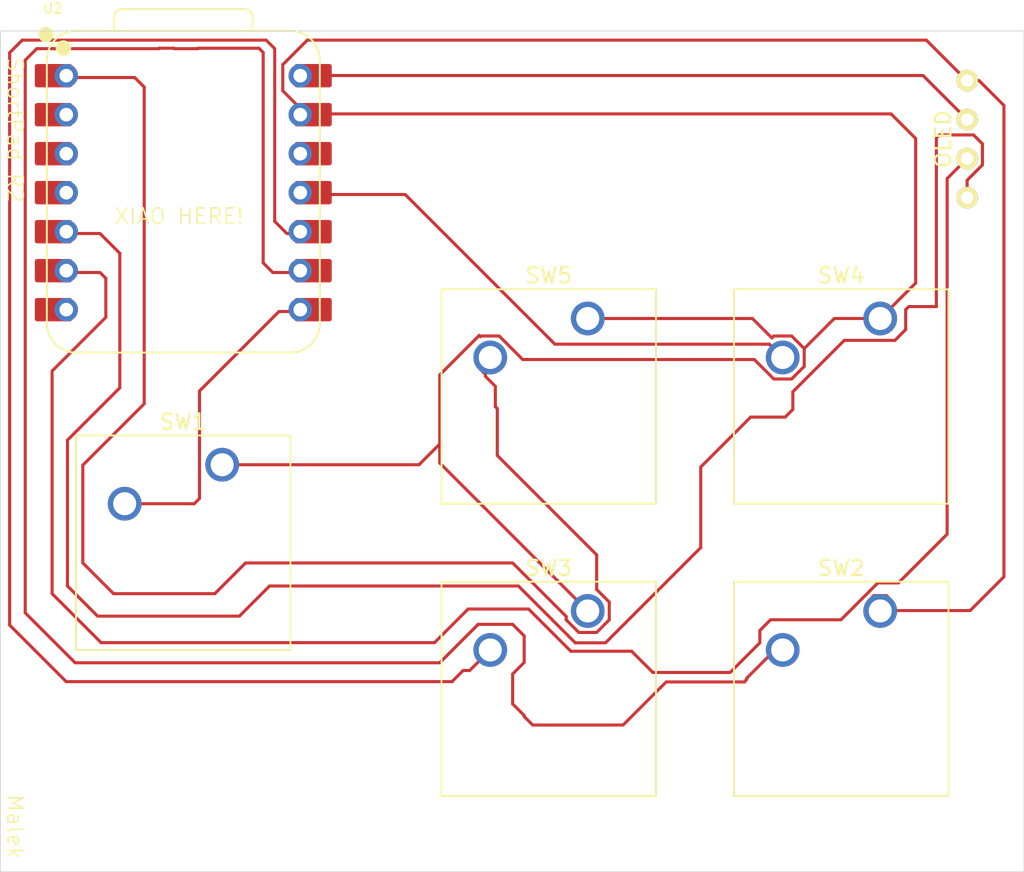
<source format=kicad_pcb>
(kicad_pcb (version 20241229) (generator "pcbnew") (generator_version "9.0")
  (layers (0 "F.Cu" signal) (2 "B.Cu" signal) (13 "F.Paste" user) (15 "B.Paste" user) (5 "F.SilkS" user "F.Silkscreen") (7 "B.SilkS" user "B.Silkscreen") (1 "F.Mask" user) (3 "B.Mask" user) (25 "Edge.Cuts" user))
  (net 0 "")
  (net 1 "GND")
  (net 2 "Net-(OL1-SCL)")
  (net 3 "+5V")
  (net 4 "Net-(OL1-SDA)")
  (net 5 "Net-(U2-GPIO1{slash}RX)")
  (net 6 "Net-(U2-GPIO2{slash}SCK)")
  (net 7 "Net-(U2-GPIO4{slash}MISO)")
  (net 8 "Net-(U2-GPIO3{slash}MOSI)")
  (net 9 "Net-(U2-GPIO26{slash}ADC0{slash}A0)")
  (footprint "OLED:OLED_v2" (layer "F.Cu") (at 160.6 90.39 90)
    (property "Reference" "OL1")
    (property "Value" "OLED" (hide yes))
    (fp_text user "OLED" (at 0 -1.55 90) (layer "F.SilkS"))
    (pad "1" thru_hole circle (at -3.81 0 90) (size 1.397 1.397) (drill 0.8128) (layers "*.Cu" "B.Mask" "F.SilkS") (net 4 "Net-(OL1-SDA)"))
    (pad "2" thru_hole circle (at -1.27 0 90) (size 1.397 1.397) (drill 0.8128) (layers "*.Cu" "B.Mask" "F.SilkS") (net 2 "Net-(OL1-SCL)"))
    (pad "3" thru_hole circle (at 1.27 0 90) (size 1.397 1.397) (drill 0.8128) (layers "*.Cu" "B.Mask" "F.SilkS") (net 3 "+5V"))
    (pad "4" thru_hole circle (at 3.81 0 90) (size 1.397 1.397) (drill 0.8128) (layers "*.Cu" "B.Mask" "F.SilkS") (net 1 "GND"))
  )
  (footprint "Button_Switch_Keyboard:SW_Cherry_MX_1.00u_PCB" (layer "F.Cu") (at 112.0775 111.60125)
    (property "Reference" "SW1" (at -2.54 -2.794 0) (layer "F.SilkS"))
    (property "Value" "SW_Push")
    (fp_line (start -9.525 -1.905) (end 4.445 -1.905) (stroke (width 0.12)) (layer "F.SilkS"))
    (fp_line (start -9.525 12.065) (end -9.525 -1.905) (stroke (width 0.12)) (layer "F.SilkS"))
    (fp_line (start 4.445 -1.905) (end 4.445 12.065) (stroke (width 0.12)) (layer "F.SilkS"))
    (fp_line (start 4.445 12.065) (end -9.525 12.065) (stroke (width 0.12)) (layer "F.SilkS"))
    (pad "" np_thru_hole circle (at -7.62 5.08) (size 1.7 1.7) (drill 1.7) (layers "*.Cu" "*.Mask"))
    (pad "" np_thru_hole circle (at -2.54 5.08) (size 4 4) (drill 4) (layers "*.Cu" "*.Mask"))
    (pad "" np_thru_hole circle (at 2.54 5.08) (size 1.7 1.7) (drill 1.7) (layers "*.Cu" "*.Mask"))
    (pad "1" thru_hole circle (at 0 0) (size 2.2 2.2) (drill 1.5) (layers "*.Cu" "*.Mask") (net 1 "GND"))
    (pad "2" thru_hole circle (at -6.35 2.54) (size 2.2 2.2) (drill 1.5) (layers "*.Cu" "*.Mask") (net 5 "Net-(U2-GPIO1{slash}RX)"))
  )
  (footprint "Button_Switch_Keyboard:SW_Cherry_MX_1.00u_PCB" (layer "F.Cu") (at 135.89 121.12625)
    (property "Reference" "SW3" (at -2.54 -2.794 0) (layer "F.SilkS"))
    (property "Value" "SW_Push")
    (fp_line (start -9.525 -1.905) (end 4.445 -1.905) (stroke (width 0.12)) (layer "F.SilkS"))
    (fp_line (start -9.525 12.065) (end -9.525 -1.905) (stroke (width 0.12)) (layer "F.SilkS"))
    (fp_line (start 4.445 -1.905) (end 4.445 12.065) (stroke (width 0.12)) (layer "F.SilkS"))
    (fp_line (start 4.445 12.065) (end -9.525 12.065) (stroke (width 0.12)) (layer "F.SilkS"))
    (pad "" np_thru_hole circle (at -7.62 5.08) (size 1.7 1.7) (drill 1.7) (layers "*.Cu" "*.Mask"))
    (pad "" np_thru_hole circle (at -2.54 5.08) (size 4 4) (drill 4) (layers "*.Cu" "*.Mask"))
    (pad "" np_thru_hole circle (at 2.54 5.08) (size 1.7 1.7) (drill 1.7) (layers "*.Cu" "*.Mask"))
    (pad "1" thru_hole circle (at 0 0) (size 2.2 2.2) (drill 1.5) (layers "*.Cu" "*.Mask") (net 1 "GND"))
    (pad "2" thru_hole circle (at -6.35 2.54) (size 2.2 2.2) (drill 1.5) (layers "*.Cu" "*.Mask") (net 7 "Net-(U2-GPIO4{slash}MISO)"))
  )
  (footprint "Button_Switch_Keyboard:SW_Cherry_MX_1.00u_PCB" (layer "F.Cu") (at 154.94 121.12625)
    (property "Reference" "SW2" (at -2.54 -2.794 0) (layer "F.SilkS"))
    (property "Value" "SW_Push")
    (fp_line (start -9.525 -1.905) (end 4.445 -1.905) (stroke (width 0.12)) (layer "F.SilkS"))
    (fp_line (start -9.525 12.065) (end -9.525 -1.905) (stroke (width 0.12)) (layer "F.SilkS"))
    (fp_line (start 4.445 -1.905) (end 4.445 12.065) (stroke (width 0.12)) (layer "F.SilkS"))
    (fp_line (start 4.445 12.065) (end -9.525 12.065) (stroke (width 0.12)) (layer "F.SilkS"))
    (pad "" np_thru_hole circle (at -7.62 5.08) (size 1.7 1.7) (drill 1.7) (layers "*.Cu" "*.Mask"))
    (pad "" np_thru_hole circle (at -2.54 5.08) (size 4 4) (drill 4) (layers "*.Cu" "*.Mask"))
    (pad "" np_thru_hole circle (at 2.54 5.08) (size 1.7 1.7) (drill 1.7) (layers "*.Cu" "*.Mask"))
    (pad "1" thru_hole circle (at 0 0) (size 2.2 2.2) (drill 1.5) (layers "*.Cu" "*.Mask") (net 1 "GND"))
    (pad "2" thru_hole circle (at -6.35 2.54) (size 2.2 2.2) (drill 1.5) (layers "*.Cu" "*.Mask") (net 6 "Net-(U2-GPIO2{slash}SCK)"))
  )
  (footprint "Button_Switch_Keyboard:SW_Cherry_MX_1.00u_PCB" (layer "F.Cu") (at 154.94 102.07625)
    (property "Reference" "SW4" (at -2.54 -2.794 0) (layer "F.SilkS"))
    (property "Value" "SW_Push")
    (fp_line (start -9.525 -1.905) (end 4.445 -1.905) (stroke (width 0.12)) (layer "F.SilkS"))
    (fp_line (start -9.525 12.065) (end -9.525 -1.905) (stroke (width 0.12)) (layer "F.SilkS"))
    (fp_line (start 4.445 -1.905) (end 4.445 12.065) (stroke (width 0.12)) (layer "F.SilkS"))
    (fp_line (start 4.445 12.065) (end -9.525 12.065) (stroke (width 0.12)) (layer "F.SilkS"))
    (pad "" np_thru_hole circle (at -7.62 5.08) (size 1.7 1.7) (drill 1.7) (layers "*.Cu" "*.Mask"))
    (pad "" np_thru_hole circle (at -2.54 5.08) (size 4 4) (drill 4) (layers "*.Cu" "*.Mask"))
    (pad "" np_thru_hole circle (at 2.54 5.08) (size 1.7 1.7) (drill 1.7) (layers "*.Cu" "*.Mask"))
    (pad "1" thru_hole circle (at 0 0) (size 2.2 2.2) (drill 1.5) (layers "*.Cu" "*.Mask") (net 1 "GND"))
    (pad "2" thru_hole circle (at -6.35 2.54) (size 2.2 2.2) (drill 1.5) (layers "*.Cu" "*.Mask") (net 8 "Net-(U2-GPIO3{slash}MOSI)"))
  )
  (footprint "Button_Switch_Keyboard:SW_Cherry_MX_1.00u_PCB" (layer "F.Cu") (at 135.89 102.07625)
    (property "Reference" "SW5" (at -2.54 -2.794 0) (layer "F.SilkS"))
    (property "Value" "SW_Push")
    (fp_line (start -9.525 -1.905) (end 4.445 -1.905) (stroke (width 0.12)) (layer "F.SilkS"))
    (fp_line (start -9.525 12.065) (end -9.525 -1.905) (stroke (width 0.12)) (layer "F.SilkS"))
    (fp_line (start 4.445 -1.905) (end 4.445 12.065) (stroke (width 0.12)) (layer "F.SilkS"))
    (fp_line (start 4.445 12.065) (end -9.525 12.065) (stroke (width 0.12)) (layer "F.SilkS"))
    (pad "" np_thru_hole circle (at -7.62 5.08) (size 1.7 1.7) (drill 1.7) (layers "*.Cu" "*.Mask"))
    (pad "" np_thru_hole circle (at -2.54 5.08) (size 4 4) (drill 4) (layers "*.Cu" "*.Mask"))
    (pad "" np_thru_hole circle (at 2.54 5.08) (size 1.7 1.7) (drill 1.7) (layers "*.Cu" "*.Mask"))
    (pad "1" thru_hole circle (at 0 0) (size 2.2 2.2) (drill 1.5) (layers "*.Cu" "*.Mask") (net 1 "GND"))
    (pad "2" thru_hole circle (at -6.35 2.54) (size 2.2 2.2) (drill 1.5) (layers "*.Cu" "*.Mask") (net 9 "Net-(U2-GPIO26{slash}ADC0{slash}A0)"))
  )
  (footprint "OPL:XIAO-RP2040-DIP" (layer "F.Cu") (at 109.545 93.88)
    (property "Reference" "U2" (at -8.5 -12 0) (layer "F.SilkS") (effects (font (size 0.635 0.635) (thickness 0.1016))))
    (property "Value" "XIAO-RP2040-DIP")
    (fp_line (start -8.89 8.509) (end -8.89 -8.636) (stroke (width 0.127)) (layer "F.SilkS"))
    (fp_line (start -6.985 10.414) (end 6.985 10.414) (stroke (width 0.127)) (layer "F.SilkS"))
    (fp_line (start -4.495 -10.541) (end -4.491272 -11.451272) (stroke (width 0.127)) (layer "F.SilkS"))
    (fp_line (start -3.991272 -11.951) (end 4.004 -11.951) (stroke (width 0.127)) (layer "F.SilkS"))
    (fp_line (start 4.504 -11.451) (end 4.504 -10.541) (stroke (width 0.127)) (layer "F.SilkS"))
    (fp_line (start 6.985 -10.541) (end -6.985 -10.541) (stroke (width 0.1)) (layer "F.SilkS"))
    (fp_line (start 6.985 -10.541) (end -6.985 -10.541) (stroke (width 0.127)) (layer "F.SilkS"))
    (fp_line (start 8.89 8.509) (end 8.89 -8.636) (stroke (width 0.127)) (layer "F.SilkS"))
    (fp_arc (start -8.89 -8.636) (mid -8.332038 -9.983038) (end -6.985 -10.541) (stroke (width 0.127)) (layer "F.SilkS"))
    (fp_arc (start -6.985 10.414) (mid -8.332038 9.856038) (end -8.89 8.509) (stroke (width 0.127)) (layer "F.SilkS"))
    (fp_arc (start -4.491272 -11.451272) (mid -4.344728 -11.80464) (end -3.991272 -11.951) (stroke (width 0.127)) (layer "F.SilkS"))
    (fp_arc (start 4.004 -11.951) (mid 4.357553 -11.804553) (end 4.504 -11.451) (stroke (width 0.127)) (layer "F.SilkS"))
    (fp_arc (start 6.985 -10.541) (mid 8.332038 -9.983038) (end 8.89 -8.636) (stroke (width 0.127)) (layer "F.SilkS"))
    (fp_arc (start 8.89 8.509) (mid 8.332038 9.856038) (end 6.985 10.414) (stroke (width 0.127)) (layer "F.SilkS"))
    (fp_circle (center -8.95 -10.3) (end -8.95 -10.554) (stroke (width 0.5)) (fill yes) (layer "F.SilkS"))
    (fp_circle (center -7.807 -9.42) (end -7.807 -9.674) (stroke (width 0.5)) (fill yes) (layer "F.SilkS"))
    (pad "1" smd roundrect (at -8.455 -7.62 180) (size 2.432 1.524) (layers "F.Cu" "F.Mask") (roundrect_rratio 0.1) (net 9 "Net-(U2-GPIO26{slash}ADC0{slash}A0)"))
    (pad "1" thru_hole circle (at -7.62 -7.62 180) (size 1.524 1.524) (drill 0.889) (layers "*.Cu" "*.Mask") (net 9 "Net-(U2-GPIO26{slash}ADC0{slash}A0)"))
    (pad "2" smd roundrect (at -8.455 -5.08 180) (size 2.432 1.524) (layers "F.Cu" "F.Mask") (roundrect_rratio 0.1))
    (pad "2" thru_hole circle (at -7.62 -5.08 180) (size 1.524 1.524) (drill 0.889) (layers "*.Cu" "*.Mask"))
    (pad "3" smd roundrect (at -8.455 -2.54 180) (size 2.432 1.524) (layers "F.Cu" "F.Mask") (roundrect_rratio 0.1))
    (pad "3" thru_hole circle (at -7.62 -2.54 180) (size 1.524 1.524) (drill 0.889) (layers "*.Cu" "*.Mask"))
    (pad "4" smd roundrect (at -8.455 0 180) (size 2.432 1.524) (layers "F.Cu" "F.Mask") (roundrect_rratio 0.1))
    (pad "4" thru_hole circle (at -7.62 0 180) (size 1.524 1.524) (drill 0.889) (layers "*.Cu" "*.Mask"))
    (pad "5" smd roundrect (at -8.455 2.54 180) (size 2.432 1.524) (layers "F.Cu" "F.Mask") (roundrect_rratio 0.1) (net 4 "Net-(OL1-SDA)"))
    (pad "5" thru_hole circle (at -7.62 2.54 180) (size 1.524 1.524) (drill 0.889) (layers "*.Cu" "*.Mask") (net 4 "Net-(OL1-SDA)"))
    (pad "6" smd roundrect (at -8.455 5.08 180) (size 2.432 1.524) (layers "F.Cu" "F.Mask") (roundrect_rratio 0.1) (net 2 "Net-(OL1-SCL)"))
    (pad "6" thru_hole circle (at -7.62 5.08 180) (size 1.524 1.524) (drill 0.889) (layers "*.Cu" "*.Mask") (net 2 "Net-(OL1-SCL)"))
    (pad "7" smd roundrect (at -8.455 7.62 180) (size 2.432 1.524) (layers "F.Cu" "F.Mask") (roundrect_rratio 0.1))
    (pad "7" thru_hole circle (at -7.62 7.62 180) (size 1.524 1.524) (drill 0.889) (layers "*.Cu" "*.Mask"))
    (pad "8" thru_hole circle (at 7.62 7.62) (size 1.524 1.524) (drill 0.889) (layers "*.Cu" "*.Mask") (net 5 "Net-(U2-GPIO1{slash}RX)"))
    (pad "8" smd roundrect (at 8.455 7.62) (size 2.432 1.524) (layers "F.Cu" "F.Mask") (roundrect_rratio 0.1) (net 5 "Net-(U2-GPIO1{slash}RX)"))
    (pad "9" thru_hole circle (at 7.62 5.08) (size 1.524 1.524) (drill 0.889) (layers "*.Cu" "*.Mask") (net 6 "Net-(U2-GPIO2{slash}SCK)"))
    (pad "9" smd roundrect (at 8.455 5.08) (size 2.432 1.524) (layers "F.Cu" "F.Mask") (roundrect_rratio 0.1) (net 6 "Net-(U2-GPIO2{slash}SCK)"))
    (pad "10" thru_hole circle (at 7.62 2.54) (size 1.524 1.524) (drill 0.889) (layers "*.Cu" "*.Mask") (net 7 "Net-(U2-GPIO4{slash}MISO)"))
    (pad "10" smd roundrect (at 8.455 2.54) (size 2.432 1.524) (layers "F.Cu" "F.Mask") (roundrect_rratio 0.1) (net 7 "Net-(U2-GPIO4{slash}MISO)"))
    (pad "11" thru_hole circle (at 7.62 0) (size 1.524 1.524) (drill 0.889) (layers "*.Cu" "*.Mask") (net 8 "Net-(U2-GPIO3{slash}MOSI)"))
    (pad "11" smd roundrect (at 8.455 0) (size 2.432 1.524) (layers "F.Cu" "F.Mask") (roundrect_rratio 0.1) (net 8 "Net-(U2-GPIO3{slash}MOSI)"))
    (pad "12" thru_hole circle (at 7.62 -2.54) (size 1.524 1.524) (drill 0.889) (layers "*.Cu" "*.Mask"))
    (pad "12" smd roundrect (at 8.455 -2.54) (size 2.432 1.524) (layers "F.Cu" "F.Mask") (roundrect_rratio 0.1))
    (pad "13" thru_hole circle (at 7.62 -5.08) (size 1.524 1.524) (drill 0.889) (layers "*.Cu" "*.Mask") (net 1 "GND"))
    (pad "13" smd roundrect (at 8.455 -5.08) (size 2.432 1.524) (layers "F.Cu" "F.Mask") (roundrect_rratio 0.1) (net 1 "GND"))
    (pad "14" thru_hole circle (at 7.62 -7.62) (size 1.524 1.524) (drill 0.889) (layers "*.Cu" "*.Mask") (net 3 "+5V"))
    (pad "14" smd roundrect (at 8.455 -7.62) (size 2.432 1.524) (layers "F.Cu" "F.Mask") (roundrect_rratio 0.1) (net 3 "+5V"))
  )
  (gr_rect (start 97.63125 83.34375) (end 164.30625 138.1125) (stroke (width 0.05)) (fill no) (layer "Edge.Cuts"))
  (gr_text "Malek" (at 98 133 270) (layer "F.SilkS") (effects (font (size 1 1) (thickness 0.1)) (justify left bottom)))
  (gr_text "XIAO HERE!" (at 105 96 0) (layer "F.SilkS") (effects (font (size 1 1) (thickness 0.1)) (justify left bottom)))
  (gr_text "ShortPad R2" (at 98 85 270) (layer "F.SilkS") (effects (font (size 1 1) (thickness 0.1)) (justify left bottom)))
  (segment (start 128.75 103.25) (end 128.825625 103.174375) (width 0.2) (layer "F.Cu") (net 1))
  (segment (start 137.304214 102.07625) (end 146.6171 102.07625) (width 0.2) (layer "F.Cu") (net 1))
  (segment (start 126.25 110.25) (end 126.25 105.75) (width 0.2) (layer "F.Cu") (net 1))
  (segment (start 160.58 86.58) (end 157.94475 83.94475) (width 0.2) (layer "F.Cu") (net 1))
  (segment (start 157.25 99.76625) (end 157.25 90.35) (width 0.2) (layer "F.Cu") (net 1))
  (segment (start 130.120314 103.21525) (end 128.959686 103.21525) (width 0.2) (layer "F.Cu") (net 1))
  (segment (start 149.991 105.196564) (end 149.170314 106.01725) (width 0.2) (layer "F.Cu") (net 1))
  (segment (start 160.8 121.1) (end 163 118.9) (width 0.2) (layer "F.Cu") (net 1))
  (segment (start 148.009686 106.01725) (end 146.742436 104.75) (width 0.2) (layer "F.Cu") (net 1))
  (segment (start 154.94 102.07625) (end 151.950686 102.07625) (width 0.2) (layer "F.Cu") (net 1))
  (segment (start 151.633186 102.39375) (end 149.991 104.035936) (width 0.2) (layer "F.Cu") (net 1))
  (segment (start 155.354214 120.12625) (end 155.481007 120.253043) (width 0.2) (layer "F.Cu") (net 1))
  (segment (start 157.94475 83.94475) (end 117.622692 83.94475) (width 0.2) (layer "F.Cu") (net 1))
  (segment (start 147.882893 103.342043) (end 146.6171 102.07625) (width 0.2) (layer "F.Cu") (net 1))
  (segment (start 116.0265 87.244) (end 117.7025 88.92) (width 0.2) (layer "F.Cu") (net 1))
  (segment (start 160.6 86.58) (end 160.58 86.58) (width 0.2) (layer "F.Cu") (net 1))
  (segment (start 128.913093 103.261843) (end 128.825625 103.174375) (width 0.2) (layer "F.Cu") (net 1))
  (segment (start 135.89 121.12625) (end 126.25 111.48625) (width 0.2) (layer "F.Cu") (net 1))
  (segment (start 151.950686 102.07625) (end 151.633186 102.39375) (width 0.2) (layer "F.Cu") (net 1))
  (segment (start 124.89875 111.60125) (end 126.25 110.25) (width 0.2) (layer "F.Cu") (net 1))
  (segment (start 117.91125 88.75) (end 117.74125 88.92) (width 0.2) (layer "F.Cu") (net 1))
  (segment (start 154.94 102.07625) (end 157.25 99.76625) (width 0.2) (layer "F.Cu") (net 1))
  (segment (start 149.170314 106.01725) (end 148.009686 106.01725) (width 0.2) (layer "F.Cu") (net 1))
  (segment (start 154.94 121.12625) (end 154.232893 120.419143) (width 0.2) (layer "F.Cu") (net 1))
  (segment (start 148.009686 103.21525) (end 147.882893 103.342043) (width 0.2) (layer "F.Cu") (net 1))
  (segment (start 163 88.2) (end 161.38 86.58) (width 0.2) (layer "F.Cu") (net 1))
  (segment (start 154.94 121.12625) (end 154.96625 121.1) (width 0.2) (layer "F.Cu") (net 1))
  (segment (start 146.6171 102.07625) (end 135.89 102.07625) (width 0.2) (layer "F.Cu") (net 1))
  (segment (start 131.655064 104.75) (end 130.120314 103.21525) (width 0.2) (layer "F.Cu") (net 1))
  (segment (start 154.96625 121.1) (end 160.8 121.1) (width 0.2) (layer "F.Cu") (net 1))
  (segment (start 155.65 88.75) (end 117.91125 88.75) (width 0.2) (layer "F.Cu") (net 1))
  (segment (start 117.622692 83.94475) (end 116.0265 85.540942) (width 0.2) (layer "F.Cu") (net 1))
  (segment (start 161.38 86.58) (end 160.6 86.58) (width 0.2) (layer "F.Cu") (net 1))
  (segment (start 146.742436 104.75) (end 131.655064 104.75) (width 0.2) (layer "F.Cu") (net 1))
  (segment (start 154.525786 120.12625) (end 155.354214 120.12625) (width 0.2) (layer "F.Cu") (net 1))
  (segment (start 149.170314 103.21525) (end 148.009686 103.21525) (width 0.2) (layer "F.Cu") (net 1))
  (segment (start 154.232893 120.419143) (end 154.525786 120.12625) (width 0.2) (layer "F.Cu") (net 1))
  (segment (start 126.25 105.75) (end 128.75 103.25) (width 0.2) (layer "F.Cu") (net 1))
  (segment (start 128.959686 103.21525) (end 128.913093 103.261843) (width 0.2) (layer "F.Cu") (net 1))
  (segment (start 116.0265 85.540942) (end 116.0265 87.244) (width 0.2) (layer "F.Cu") (net 1))
  (segment (start 149.991 104.035936) (end 149.991 105.196564) (width 0.2) (layer "F.Cu") (net 1))
  (segment (start 117.74125 88.92) (end 117.7025 88.92) (width 0.2) (layer "F.Cu") (net 1))
  (segment (start 157.25 90.35) (end 155.65 88.75) (width 0.2) (layer "F.Cu") (net 1))
  (segment (start 112.0775 111.60125) (end 124.89875 111.60125) (width 0.2) (layer "F.Cu") (net 1))
  (segment (start 149.991 104.035936) (end 149.170314 103.21525) (width 0.2) (layer "F.Cu") (net 1))
  (segment (start 163 118.9) (end 163 88.2) (width 0.2) (layer "F.Cu") (net 1))
  (segment (start 135.89 102.07625) (end 136.597107 102.783357) (width 0.2) (layer "F.Cu") (net 1))
  (segment (start 126.25 111.48625) (end 126.25 110.25) (width 0.2) (layer "F.Cu") (net 1))
  (segment (start 147.8 121.7) (end 147.1 122.4) (width 0.2) (layer "F.Cu") (net 2))
  (segment (start 140.132 125.132) (end 138.75 123.75) (width 0.2) (layer "F.Cu") (net 2))
  (segment (start 159.3 92.96) (end 159.3 116.12525) (width 0.2) (layer "F.Cu") (net 2))
  (segment (start 104.5 99.46) (end 104.12 99.08) (width 0.2) (layer "F.Cu") (net 2))
  (segment (start 159.3 116.12525) (end 156.12525 119.3) (width 0.2) (layer "F.Cu") (net 2))
  (segment (start 104.5 102) (end 104.5 99.46) (width 0.2) (layer "F.Cu") (net 2))
  (segment (start 145.168 125.132) (end 140.132 125.132) (width 0.2) (layer "F.Cu") (net 2))
  (segment (start 128.1 121) (end 125.91 123.19) (width 0.2) (layer "F.Cu") (net 2))
  (segment (start 138.75 123.75) (end 134.785666 123.75) (width 0.2) (layer "F.Cu") (net 2))
  (segment (start 125.91 123.19) (end 104.19 123.19) (width 0.2) (layer "F.Cu") (net 2))
  (segment (start 152.384936 121.7) (end 147.8 121.7) (width 0.2) (layer "F.Cu") (net 2))
  (segment (start 154.784936 119.3) (end 152.384936 121.7) (width 0.2) (layer "F.Cu") (net 2))
  (segment (start 147.1 122.4) (end 147.1 123.2) (width 0.2) (layer "F.Cu") (net 2))
  (segment (start 101 105.5) (end 104.5 102) (width 0.2) (layer "F.Cu") (net 2))
  (segment (start 104.19 123.19) (end 101 120) (width 0.2) (layer "F.Cu") (net 2))
  (segment (start 160.6 91.66) (end 159.3 92.96) (width 0.2) (layer "F.Cu") (net 2))
  (segment (start 156.12525 119.3) (end 154.784936 119.3) (width 0.2) (layer "F.Cu") (net 2))
  (segment (start 104.12 99.08) (end 101.5375 99.08) (width 0.2) (layer "F.Cu") (net 2))
  (segment (start 134.785666 123.75) (end 132.035666 121) (width 0.2) (layer "F.Cu") (net 2))
  (segment (start 101 120) (end 101 105.5) (width 0.2) (layer "F.Cu") (net 2))
  (segment (start 147.1 123.2) (end 145.168 125.132) (width 0.2) (layer "F.Cu") (net 2))
  (segment (start 132.035666 121) (end 128.1 121) (width 0.2) (layer "F.Cu") (net 2))
  (segment (start 157.73 86.25) (end 117.8325 86.25) (width 0.2) (layer "F.Cu") (net 3))
  (segment (start 160.6 89.12) (end 157.73 86.25) (width 0.2) (layer "F.Cu") (net 3))
  (segment (start 117.8325 86.25) (end 117.7025 86.38) (width 0.2) (layer "F.Cu") (net 3))
  (segment (start 104.12 96.54) (end 105.41 97.83) (width 0.2) (layer "F.Cu") (net 4))
  (segment (start 158.6 90.323246) (end 158.803746 90.1195) (width 0.2) (layer "F.Cu") (net 4))
  (segment (start 161.5995 92.074007) (end 160.6 93.073507) (width 0.2) (layer "F.Cu") (net 4))
  (segment (start 137.05 123.2) (end 143.25 117) (width 0.2) (layer "F.Cu") (net 4))
  (segment (start 161.014007 90.1195) (end 161.016754 90.116753) (width 0.2) (layer "F.Cu") (net 4))
  (segment (start 102 119.5) (end 103.96325 121.46325) (width 0.2) (layer "F.Cu") (net 4))
  (segment (start 152.6 103.5) (end 155.9 103.5) (width 0.2) (layer "F.Cu") (net 4))
  (segment (start 131.375 119.5) (end 135.075 123.2) (width 0.2) (layer "F.Cu") (net 4))
  (segment (start 149.25 108) (end 149.25 106.85) (width 0.2) (layer "F.Cu") (net 4))
  (segment (start 161.5995 90.699499) (end 161.5995 92.074007) (width 0.2) (layer "F.Cu") (net 4))
  (segment (start 113.2 121.46325) (end 115.16325 119.5) (width 0.2) (layer "F.Cu") (net 4))
  (segment (start 102 110) (end 102 119.5) (width 0.2) (layer "F.Cu") (net 4))
  (segment (start 135.075 123.2) (end 137.05 123.2) (width 0.2) (layer "F.Cu") (net 4))
  (segment (start 148.75 108.5) (end 149.25 108) (width 0.2) (layer "F.Cu") (net 4))
  (segment (start 105.41 106.59) (end 102 110) (width 0.2) (layer "F.Cu") (net 4))
  (segment (start 149.25 106.85) (end 152.6 103.5) (width 0.2) (layer "F.Cu") (net 4))
  (segment (start 103.96325 121.46325) (end 113.2 121.46325) (width 0.2) (layer "F.Cu") (net 4))
  (segment (start 143.25 111.75) (end 146.5 108.5) (width 0.2) (layer "F.Cu") (net 4))
  (segment (start 155.9 103.5) (end 156.6 102.8) (width 0.2) (layer "F.Cu") (net 4))
  (segment (start 160.6 93.073507) (end 160.6 94.2) (width 0.2) (layer "F.Cu") (net 4))
  (segment (start 156.8 101.3) (end 158.6 101.3) (width 0.2) (layer "F.Cu") (net 4))
  (segment (start 158.6 101.3) (end 158.6 90.323246) (width 0.2) (layer "F.Cu") (net 4))
  (segment (start 156.6 102.8) (end 156.6 101.5) (width 0.2) (layer "F.Cu") (net 4))
  (segment (start 161.016754 90.116753) (end 161.5995 90.699499) (width 0.2) (layer "F.Cu") (net 4))
  (segment (start 105.41 97.83) (end 105.41 106.59) (width 0.2) (layer "F.Cu") (net 4))
  (segment (start 101.5375 96.54) (end 104.12 96.54) (width 0.2) (layer "F.Cu") (net 4))
  (segment (start 156.6 101.5) (end 156.8 101.3) (width 0.2) (layer "F.Cu") (net 4))
  (segment (start 158.803746 90.1195) (end 161.014007 90.1195) (width 0.2) (layer "F.Cu") (net 4))
  (segment (start 143.25 117) (end 143.25 111.75) (width 0.2) (layer "F.Cu") (net 4))
  (segment (start 146.5 108.5) (end 148.75 108.5) (width 0.2) (layer "F.Cu") (net 4))
  (segment (start 115.16325 119.5) (end 131.375 119.5) (width 0.2) (layer "F.Cu") (net 4))
  (segment (start 105.7275 114.14125) (end 110.25875 114.14125) (width 0.2) (layer "F.Cu") (net 5))
  (segment (start 110.6 113.8) (end 110.6 106.8) (width 0.2) (layer "F.Cu") (net 5))
  (segment (start 115.78 101.62) (end 117.7025 101.62) (width 0.2) (layer "F.Cu") (net 5))
  (segment (start 110.25875 114.14125) (end 110.6 113.8) (width 0.2) (layer "F.Cu") (net 5))
  (segment (start 110.6 106.8) (end 115.78 101.62) (width 0.2) (layer "F.Cu") (net 5))
  (segment (start 126.25 124.5) (end 102.5 124.5) (width 0.2) (layer "F.Cu") (net 6))
  (segment (start 130.999 127.180066) (end 130.999 125.232434) (width 0.2) (layer "F.Cu") (net 6))
  (segment (start 110.51274 84.471) (end 114.471 84.471) (width 0.2) (layer "F.Cu") (net 6))
  (segment (start 114.75 84.75) (end 114.75 98.455) (width 0.2) (layer "F.Cu") (net 6))
  (segment (start 131 122) (end 128.75 122) (width 0.2) (layer "F.Cu") (net 6))
  (segment (start 131.75 127.931066) (end 130.999 127.180066) (width 0.2) (layer "F.Cu") (net 6))
  (segment (start 138.19275 128.55725) (end 132.30725 128.55725) (width 0.2) (layer "F.Cu") (net 6))
  (segment (start 131.75 124.481434) (end 131.75 122.75) (width 0.2) (layer "F.Cu") (net 6))
  (segment (start 148.59 123.66625) (end 148.08375 123.66625) (width 0.2) (layer "F.Cu") (net 6))
  (segment (start 99.25 121.25) (end 99.25 85.25) (width 0.2) (layer "F.Cu") (net 6))
  (segment (start 131.75 122.75) (end 131 122) (width 0.2) (layer "F.Cu") (net 6))
  (segment (start 130.999 125.232434) (end 131.75 124.481434) (width 0.2) (layer "F.Cu") (net 6))
  (segment (start 110.48374 84.5) (end 110.51274 84.471) (width 0.2) (layer "F.Cu") (net 6))
  (segment (start 114.471 84.471) (end 114.75 84.75) (width 0.2) (layer "F.Cu") (net 6))
  (segment (start 132.30725 128.55725) (end 131.75 128) (width 0.2) (layer "F.Cu") (net 6))
  (segment (start 141 125.75) (end 138.19275 128.55725) (width 0.2) (layer "F.Cu") (net 6))
  (segment (start 107.94374 84.5) (end 107.97274 84.471) (width 0.2) (layer "F.Cu") (net 6))
  (segment (start 131.75 128) (end 131.75 127.931066) (width 0.2) (layer "F.Cu") (net 6))
  (segment (start 102.5 124.5) (end 99.25 121.25) (width 0.2) (layer "F.Cu") (net 6))
  (segment (start 115.375 99.08) (end 117.7025 99.08) (width 0.2) (layer "F.Cu") (net 6))
  (segment (start 100 84.5) (end 107.94374 84.5) (width 0.2) (layer "F.Cu") (net 6))
  (segment (start 146.119 125.75) (end 141 125.75) (width 0.2) (layer "F.Cu") (net 6))
  (segment (start 108.95526 84.5) (end 110.48374 84.5) (width 0.2) (layer "F.Cu") (net 6))
  (segment (start 107.97274 84.471) (end 108.92626 84.471) (width 0.2) (layer "F.Cu") (net 6))
  (segment (start 146.25 125.5) (end 146.25 125.57778) (width 0.2) (layer "F.Cu") (net 6))
  (segment (start 99.25 85.25) (end 100 84.5) (width 0.2) (layer "F.Cu") (net 6))
  (segment (start 114.75 98.455) (end 115.375 99.08) (width 0.2) (layer "F.Cu") (net 6))
  (segment (start 148.08375 123.66625) (end 146.25 125.5) (width 0.2) (layer "F.Cu") (net 6))
  (segment (start 128.75 122) (end 126.25 124.5) (width 0.2) (layer "F.Cu") (net 6))
  (segment (start 108.92626 84.471) (end 108.95526 84.5) (width 0.2) (layer "F.Cu") (net 6))
  (segment (start 146.119 125.70878) (end 146.119 125.75) (width 0.2) (layer "F.Cu") (net 6))
  (segment (start 146.25 125.57778) (end 146.119 125.70878) (width 0.2) (layer "F.Cu") (net 6))
  (segment (start 127.77253 125.00525) (end 127.069 125.70878) (width 0.2) (layer "F.Cu") (net 7))
  (segment (start 128.201 125.00525) (end 127.77253 125.00525) (width 0.2) (layer "F.Cu") (net 7))
  (segment (start 99.05525 83.94475) (end 114.94475 83.94475) (width 0.2) (layer "F.Cu") (net 7))
  (segment (start 116.29 96.54) (end 117.7025 96.54) (width 0.2) (layer "F.Cu") (net 7))
  (segment (start 114.94475 83.94475) (end 115.5 84.5) (width 0.2) (layer "F.Cu") (net 7))
  (segment (start 115.5 95.75) (end 116.29 96.54) (width 0.2) (layer "F.Cu") (net 7))
  (segment (start 101.9175 125.73) (end 98.23225 122.04475) (width 0.2) (layer "F.Cu") (net 7))
  (segment (start 129.54 123.66625) (end 128.201 125.00525) (width 0.2) (layer "F.Cu") (net 7))
  (segment (start 127.069 125.73) (end 101.9175 125.73) (width 0.2) (layer "F.Cu") (net 7))
  (segment (start 98.23225 122.04475) (end 98.23225 84.76775) (width 0.2) (layer "F.Cu") (net 7))
  (segment (start 127.069 125.70878) (end 127.069 125.73) (width 0.2) (layer "F.Cu") (net 7))
  (segment (start 115.5 84.5) (end 115.5 95.75) (width 0.2) (layer "F.Cu") (net 7))
  (segment (start 98.23225 84.76775) (end 99.05525 83.94475) (width 0.2) (layer "F.Cu") (net 7))
  (segment (start 147.72375 103.75) (end 133.75 103.75) (width 0.2) (layer "F.Cu") (net 8))
  (segment (start 124 94) (end 117.7025 94) (width 0.2) (layer "F.Cu") (net 8))
  (segment (start 148.59 104.61625) (end 147.72375 103.75) (width 0.2) (layer "F.Cu") (net 8))
  (segment (start 133.75 103.75) (end 124 94) (width 0.2) (layer "F.Cu") (net 8))
  (segment (start 129.872 106.49268) (end 129.872 107.81982) (width 0.2) (layer "F.Cu") (net 9))
  (segment (start 136.470314 119.72525) (end 137.291 120.545936) (width 0.2) (layer "F.Cu") (net 9))
  (segment (start 135.309686 122.52725) (end 134.489 121.706564) (width 0.2) (layer "F.Cu") (net 9))
  (segment (start 113.6 118) (end 111.6 120) (width 0.2) (layer "F.Cu") (net 9))
  (segment (start 107 107.63) (end 107 87) (width 0.2) (layer "F.Cu") (net 9))
  (segment (start 129.872 107.81982) (end 130 107.94782) (width 0.2) (layer "F.Cu") (net 9))
  (segment (start 128.832893 105.323357) (end 129.226625 105.717089) (width 0.2) (layer "F.Cu") (net 9))
  (segment (start 106.38 86.38) (end 101.5375 86.38) (width 0.2) (layer "F.Cu") (net 9))
  (segment (start 103 111.63) (end 107 107.63) (width 0.2) (layer "F.Cu") (net 9))
  (segment (start 136.470314 122.52725) (end 135.309686 122.52725) (width 0.2) (layer "F.Cu") (net 9))
  (segment (start 103 118) (end 103 111.63) (width 0.2) (layer "F.Cu") (net 9))
  (segment (start 130 111) (end 136.470314 117.470314) (width 0.2) (layer "F.Cu") (net 9))
  (segment (start 130 107.94782) (end 130 111) (width 0.2) (layer "F.Cu") (net 9))
  (segment (start 137.291 120.545936) (end 137.291 121.706564) (width 0.2) (layer "F.Cu") (net 9))
  (segment (start 111.6 120) (end 105 120) (width 0.2) (layer "F.Cu") (net 9))
  (segment (start 134.489 121.489) (end 131 118) (width 0.2) (layer "F.Cu") (net 9))
  (segment (start 136.470314 117.470314) (end 136.470314 119.72525) (width 0.2) (layer "F.Cu") (net 9))
  (segment (start 129.226625 105.847305) (end 129.872 106.49268) (width 0.2) (layer "F.Cu") (net 9))
  (segment (start 131 118) (end 113.6 118) (width 0.2) (layer "F.Cu") (net 9))
  (segment (start 129.226625 105.717089) (end 129.226625 105.847305) (width 0.2) (layer "F.Cu") (net 9))
  (segment (start 134.489 121.706564) (end 134.489 121.489) (width 0.2) (layer "F.Cu") (net 9))
  (segment (start 105 120) (end 103 118) (width 0.2) (layer "F.Cu") (net 9))
  (segment (start 137.291 121.706564) (end 136.470314 122.52725) (width 0.2) (layer "F.Cu") (net 9))
  (segment (start 129.54 104.61625) (end 128.832893 105.323357) (width 0.2) (layer "F.Cu") (net 9))
  (segment (start 107 87) (end 106.38 86.38) (width 0.2) (layer "F.Cu") (net 9))
)
</source>
